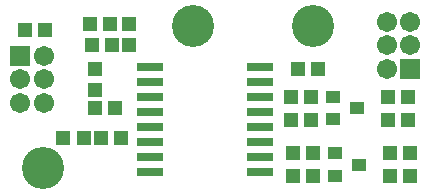
<source format=gts>
G04 DipTrace Beta 2.9.0.1*
G04 TopMask.gbr*
%MOIN*%
G04 #@! TF.FileFunction,Soldermask,Top*
G04 #@! TF.Part,Single*
%ADD25C,0.1405*%
%ADD26C,0.14*%
%ADD31R,0.08674X0.031622*%
%ADD33C,0.067055*%
%ADD35R,0.067055X0.067055*%
%ADD37R,0.04737X0.041465*%
%ADD39R,0.04737X0.051307*%
%ADD41R,0.051307X0.04737*%
%FSLAX26Y26*%
G04*
G70*
G90*
G75*
G01*
G04 TopMask*
%LPD*%
D41*
X1900408Y487760D3*
X1833479D3*
X1894157Y675280D3*
X1827228D3*
X1525369Y844047D3*
X1592298D3*
X681530Y975311D3*
X614601D3*
D39*
X962810Y925306D3*
Y992235D3*
D37*
X1650382Y562768D3*
Y487965D3*
X1728434Y525366D3*
X1644131Y750287D3*
Y675484D3*
X1722184Y712886D3*
D41*
X744037Y612773D3*
X810966D3*
D25*
X675280Y512762D3*
D26*
X1175580Y988253D3*
D25*
X1575580D3*
D35*
X600272Y887802D3*
D33*
Y809062D3*
Y730322D3*
X679012D3*
Y809062D3*
Y887802D3*
D35*
X1900408Y844047D3*
D33*
Y922787D3*
Y1001528D3*
X1821668D3*
Y922787D3*
Y844047D3*
D41*
X850298Y712783D3*
X917227D3*
X900303Y994063D3*
X833374D3*
X837797Y925306D3*
X904726D3*
X869050Y612773D3*
X935979D3*
X1569123Y675280D3*
X1502194D3*
X1900408Y562768D3*
X1833479D3*
X1894157Y750287D3*
X1827228D3*
X1569123D3*
X1502194D3*
X1575374Y562768D3*
X1508445D3*
X1575374Y487760D3*
X1508445D3*
D39*
X850298Y775290D3*
Y842219D3*
D31*
X1031567Y850298D3*
Y800298D3*
Y750298D3*
Y700298D3*
Y650298D3*
Y600298D3*
Y550298D3*
Y500298D3*
X1397709D3*
Y550298D3*
Y600298D3*
Y650298D3*
Y700298D3*
Y750298D3*
Y800298D3*
Y850298D3*
M02*

</source>
